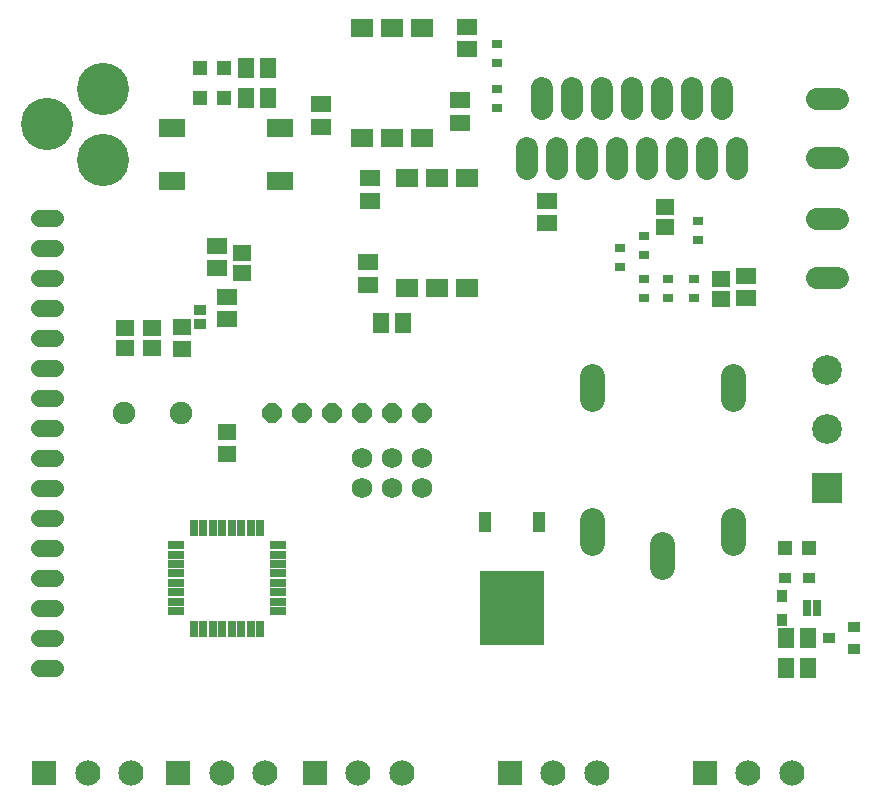
<source format=gts>
G75*
%MOIN*%
%OFA0B0*%
%FSLAX25Y25*%
%IPPOS*%
%LPD*%
%AMOC8*
5,1,8,0,0,1.08239X$1,22.5*
%
%ADD10R,0.06306X0.05518*%
%ADD11R,0.03550X0.02762*%
%ADD12R,0.03550X0.04337*%
%ADD13R,0.04337X0.03550*%
%ADD14OC8,0.06400*%
%ADD15R,0.02600X0.05400*%
%ADD16R,0.05400X0.02600*%
%ADD17C,0.07487*%
%ADD18C,0.06800*%
%ADD19C,0.17400*%
%ADD20R,0.09900X0.09900*%
%ADD21C,0.09900*%
%ADD22R,0.02900X0.05400*%
%ADD23R,0.07408X0.06384*%
%ADD24R,0.03943X0.03550*%
%ADD25R,0.05518X0.06699*%
%ADD26R,0.06699X0.05518*%
%ADD27R,0.03943X0.03746*%
%ADD28C,0.07450*%
%ADD29C,0.07487*%
%ADD30R,0.08700X0.05900*%
%ADD31C,0.08200*%
%ADD32R,0.05124X0.05124*%
%ADD33R,0.21660X0.24809*%
%ADD34R,0.04337X0.06699*%
%ADD35R,0.08400X0.08400*%
%ADD36C,0.08400*%
%ADD37C,0.05600*%
D10*
X0074167Y0123060D03*
X0074167Y0130540D03*
X0059167Y0158060D03*
X0059167Y0165540D03*
X0049167Y0165146D03*
X0049167Y0158454D03*
X0040167Y0158454D03*
X0040167Y0165146D03*
X0079167Y0183454D03*
X0079167Y0190146D03*
X0220167Y0198954D03*
X0220167Y0205646D03*
X0238667Y0181646D03*
X0238667Y0174954D03*
D11*
X0229667Y0175150D03*
X0229667Y0181450D03*
X0221167Y0181450D03*
X0221167Y0175150D03*
X0213167Y0175150D03*
X0213167Y0181450D03*
X0213167Y0189650D03*
X0213167Y0195950D03*
X0205167Y0191950D03*
X0205167Y0185650D03*
X0231167Y0194650D03*
X0231167Y0200950D03*
X0164167Y0238650D03*
X0164167Y0244950D03*
X0164167Y0253650D03*
X0164167Y0259950D03*
D12*
X0259167Y0075737D03*
X0259167Y0067863D03*
D13*
X0260230Y0081800D03*
X0268104Y0081800D03*
D14*
X0139167Y0136800D03*
X0129167Y0136800D03*
X0119167Y0136800D03*
X0109167Y0136800D03*
X0099167Y0136800D03*
X0089167Y0136800D03*
D15*
X0085190Y0098700D03*
X0082041Y0098700D03*
X0078891Y0098700D03*
X0075741Y0098700D03*
X0072592Y0098700D03*
X0069442Y0098700D03*
X0066293Y0098700D03*
X0063143Y0098700D03*
X0063143Y0064900D03*
X0066293Y0064900D03*
X0069442Y0064900D03*
X0072592Y0064900D03*
X0075741Y0064900D03*
X0078891Y0064900D03*
X0082041Y0064900D03*
X0085190Y0064900D03*
D16*
X0091067Y0070776D03*
X0091067Y0073926D03*
X0091067Y0077076D03*
X0091067Y0080225D03*
X0091067Y0083375D03*
X0091067Y0086524D03*
X0091067Y0089674D03*
X0091067Y0092824D03*
X0057267Y0092824D03*
X0057267Y0089674D03*
X0057267Y0086524D03*
X0057267Y0083375D03*
X0057267Y0080225D03*
X0057267Y0077076D03*
X0057267Y0073926D03*
X0057267Y0070776D03*
D17*
X0174167Y0218257D02*
X0174167Y0225343D01*
X0184167Y0225343D02*
X0184167Y0218257D01*
X0194167Y0218257D02*
X0194167Y0225343D01*
X0204167Y0225343D02*
X0204167Y0218257D01*
X0214167Y0218257D02*
X0214167Y0225343D01*
X0224167Y0225343D02*
X0224167Y0218257D01*
X0234167Y0218257D02*
X0234167Y0225343D01*
X0244167Y0225343D02*
X0244167Y0218257D01*
X0239167Y0238257D02*
X0239167Y0245343D01*
X0229167Y0245343D02*
X0229167Y0238257D01*
X0219167Y0238257D02*
X0219167Y0245343D01*
X0209167Y0245343D02*
X0209167Y0238257D01*
X0199167Y0238257D02*
X0199167Y0245343D01*
X0189167Y0245343D02*
X0189167Y0238257D01*
X0179167Y0238257D02*
X0179167Y0245343D01*
D18*
X0139167Y0121800D03*
X0139167Y0111800D03*
X0129167Y0111800D03*
X0119167Y0111800D03*
X0119167Y0121800D03*
X0129167Y0121800D03*
D19*
X0032667Y0221363D03*
X0014163Y0233174D03*
X0032667Y0244985D03*
D20*
X0274167Y0111800D03*
D21*
X0274167Y0131485D03*
X0274167Y0151170D03*
D22*
X0270938Y0071800D03*
X0267395Y0071800D03*
D23*
X0154167Y0178513D03*
X0144167Y0178513D03*
X0134167Y0178513D03*
X0134167Y0215087D03*
X0144167Y0215087D03*
X0154167Y0215087D03*
X0139167Y0228513D03*
X0129167Y0228513D03*
X0119167Y0228513D03*
X0119167Y0265087D03*
X0129167Y0265087D03*
X0139167Y0265087D03*
D24*
X0283104Y0065540D03*
X0283104Y0058060D03*
X0274836Y0061800D03*
D25*
X0267907Y0061800D03*
X0260427Y0061800D03*
X0260427Y0051800D03*
X0267907Y0051800D03*
X0132907Y0166800D03*
X0125427Y0166800D03*
X0087907Y0241800D03*
X0080427Y0241800D03*
X0080427Y0251800D03*
X0087907Y0251800D03*
D26*
X0105348Y0239753D03*
X0105348Y0232272D03*
X0121667Y0215040D03*
X0121667Y0207560D03*
X0121167Y0187040D03*
X0121167Y0179560D03*
X0074167Y0175540D03*
X0074167Y0168060D03*
X0070667Y0185060D03*
X0070667Y0192540D03*
X0151667Y0233560D03*
X0151667Y0241040D03*
X0154167Y0258060D03*
X0154167Y0265540D03*
X0180667Y0207540D03*
X0180667Y0200060D03*
X0247167Y0182540D03*
X0247167Y0175060D03*
D27*
X0065167Y0171083D03*
X0065167Y0166517D03*
D28*
X0270642Y0181957D02*
X0277692Y0181957D01*
X0277692Y0201643D02*
X0270642Y0201643D01*
X0270642Y0221957D02*
X0277692Y0221957D01*
X0277692Y0241643D02*
X0270642Y0241643D01*
D29*
X0058667Y0136800D03*
X0039667Y0136800D03*
D30*
X0055767Y0214100D03*
X0055767Y0231800D03*
X0091667Y0231800D03*
X0091667Y0214100D03*
D31*
X0195667Y0149200D02*
X0195667Y0141400D01*
X0195667Y0101200D02*
X0195667Y0093400D01*
X0219167Y0093200D02*
X0219167Y0085400D01*
X0242667Y0093400D02*
X0242667Y0101200D01*
X0242667Y0141400D02*
X0242667Y0149200D01*
D32*
X0260033Y0091800D03*
X0268301Y0091800D03*
X0073301Y0241800D03*
X0065033Y0241800D03*
X0065033Y0251800D03*
X0073301Y0251800D03*
D33*
X0169167Y0071957D03*
D34*
X0178143Y0100698D03*
X0160190Y0100698D03*
D35*
X0013167Y0016800D03*
X0057967Y0016800D03*
X0103467Y0016800D03*
X0168467Y0016800D03*
X0233467Y0016800D03*
D36*
X0247946Y0016800D03*
X0262426Y0016800D03*
X0197426Y0016800D03*
X0182946Y0016800D03*
X0132426Y0016800D03*
X0117946Y0016800D03*
X0086926Y0016800D03*
X0072446Y0016800D03*
X0042126Y0016800D03*
X0027646Y0016800D03*
D37*
X0016767Y0051800D02*
X0011567Y0051800D01*
X0011567Y0061800D02*
X0016767Y0061800D01*
X0016767Y0071800D02*
X0011567Y0071800D01*
X0011567Y0081800D02*
X0016767Y0081800D01*
X0016767Y0091800D02*
X0011567Y0091800D01*
X0011567Y0101800D02*
X0016767Y0101800D01*
X0016767Y0111800D02*
X0011567Y0111800D01*
X0011567Y0121800D02*
X0016767Y0121800D01*
X0016767Y0131800D02*
X0011567Y0131800D01*
X0011567Y0141800D02*
X0016767Y0141800D01*
X0016767Y0151800D02*
X0011567Y0151800D01*
X0011567Y0161800D02*
X0016767Y0161800D01*
X0016767Y0171800D02*
X0011567Y0171800D01*
X0011567Y0181800D02*
X0016767Y0181800D01*
X0016767Y0191800D02*
X0011567Y0191800D01*
X0011567Y0201800D02*
X0016767Y0201800D01*
M02*

</source>
